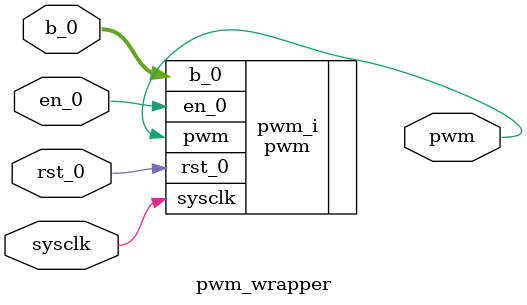
<source format=v>
`timescale 1 ps / 1 ps

module pwm_wrapper
   (b_0,
    en_0,
    pwm,
    rst_0,
    sysclk);
  input [25:0]b_0;
  input en_0;
  output pwm;
  input rst_0;
  input sysclk;

  wire [25:0]b_0;
  wire en_0;
  wire pwm;
  wire rst_0;
  wire sysclk;

  pwm pwm_i
       (.b_0(b_0),
        .en_0(en_0),
        .pwm(pwm),
        .rst_0(rst_0),
        .sysclk(sysclk));
endmodule

</source>
